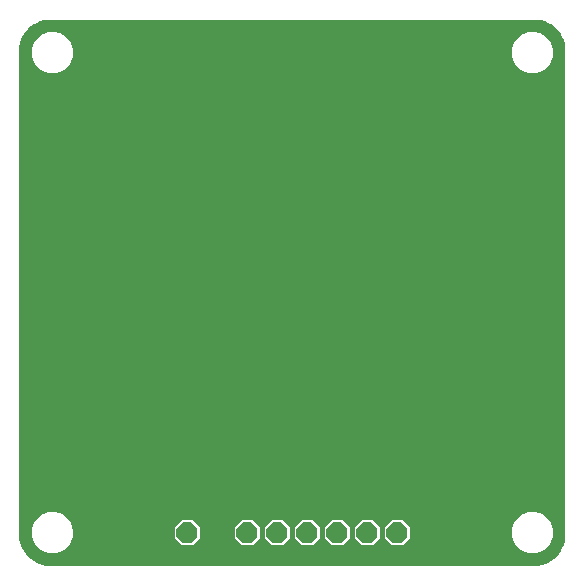
<source format=gbr>
%TF.GenerationSoftware,KiCad,Pcbnew,9.0.5*%
%TF.CreationDate,2025-10-17T16:28:27+07:00*%
%TF.ProjectId,Nokia 1202 breakout,4e6f6b69-6120-4313-9230-322062726561,rev?*%
%TF.SameCoordinates,Original*%
%TF.FileFunction,Copper,L2,Bot*%
%TF.FilePolarity,Positive*%
%FSLAX46Y46*%
G04 Gerber Fmt 4.6, Leading zero omitted, Abs format (unit mm)*
G04 Created by KiCad (PCBNEW 9.0.5) date 2025-10-17 16:28:27*
%MOMM*%
%LPD*%
G01*
G04 APERTURE LIST*
G04 Aperture macros list*
%AMOutline5P*
0 Free polygon, 5 corners , with rotation*
0 The origin of the aperture is its center*
0 number of corners: always 5*
0 $1 to $10 corner X, Y*
0 $11 Rotation angle, in degrees counterclockwise*
0 create outline with 5 corners*
4,1,5,$1,$2,$3,$4,$5,$6,$7,$8,$9,$10,$1,$2,$11*%
%AMOutline6P*
0 Free polygon, 6 corners , with rotation*
0 The origin of the aperture is its center*
0 number of corners: always 6*
0 $1 to $12 corner X, Y*
0 $13 Rotation angle, in degrees counterclockwise*
0 create outline with 6 corners*
4,1,6,$1,$2,$3,$4,$5,$6,$7,$8,$9,$10,$11,$12,$1,$2,$13*%
%AMOutline7P*
0 Free polygon, 7 corners , with rotation*
0 The origin of the aperture is its center*
0 number of corners: always 7*
0 $1 to $14 corner X, Y*
0 $15 Rotation angle, in degrees counterclockwise*
0 create outline with 7 corners*
4,1,7,$1,$2,$3,$4,$5,$6,$7,$8,$9,$10,$11,$12,$13,$14,$1,$2,$15*%
%AMOutline8P*
0 Free polygon, 8 corners , with rotation*
0 The origin of the aperture is its center*
0 number of corners: always 8*
0 $1 to $16 corner X, Y*
0 $17 Rotation angle, in degrees counterclockwise*
0 create outline with 8 corners*
4,1,8,$1,$2,$3,$4,$5,$6,$7,$8,$9,$10,$11,$12,$13,$14,$15,$16,$1,$2,$17*%
G04 Aperture macros list end*
%TA.AperFunction,ComponentPad*%
%ADD10Outline8P,-0.889000X0.368236X-0.368236X0.889000X0.368236X0.889000X0.889000X0.368236X0.889000X-0.368236X0.368236X-0.889000X-0.368236X-0.889000X-0.889000X-0.368236X90.000000*%
%TD*%
%TA.AperFunction,ViaPad*%
%ADD11C,0.904800*%
%TD*%
G04 APERTURE END LIST*
D10*
%TO.P,JP1,1*%
%TO.N,+3V3*%
X139621100Y-125317350D03*
%TO.P,JP1,2*%
%TO.N,GND*%
X142161100Y-125317350D03*
%TO.P,JP1,3*%
%TO.N,N$1*%
X144701100Y-125317350D03*
%TO.P,JP1,4*%
%TO.N,N$2*%
X147241100Y-125317350D03*
%TO.P,JP1,5*%
%TO.N,N/C*%
X149781100Y-125317350D03*
%TO.P,JP1,6*%
%TO.N,MOSI*%
X152321100Y-125317350D03*
%TO.P,JP1,7*%
%TO.N,SCLK*%
X154861100Y-125317350D03*
%TO.P,JP1,8*%
%TO.N,BL*%
X157401100Y-125317350D03*
%TD*%
D11*
%TO.N,GND*%
X164703600Y-84359850D03*
X169148600Y-88804850D03*
X169148600Y-121189850D03*
X140573600Y-94519850D03*
X127873600Y-88804850D03*
X143748600Y-90709850D03*
X127873600Y-121189850D03*
X132318600Y-125634850D03*
X164703600Y-125634850D03*
%TD*%
%TA.AperFunction,Conductor*%
%TO.N,GND*%
G36*
X169035345Y-81882948D02*
G01*
X169319475Y-81898904D01*
X169326432Y-81899688D01*
X169605263Y-81947063D01*
X169612076Y-81948618D01*
X169883848Y-82026913D01*
X169890432Y-82029216D01*
X170151749Y-82137456D01*
X170158053Y-82140492D01*
X170405575Y-82277291D01*
X170411509Y-82281020D01*
X170642164Y-82444675D01*
X170647640Y-82449042D01*
X170858518Y-82637491D01*
X170863474Y-82642447D01*
X171051923Y-82853318D01*
X171056293Y-82858797D01*
X171219954Y-83089449D01*
X171223683Y-83095384D01*
X171360485Y-83342900D01*
X171363526Y-83349214D01*
X171471758Y-83610499D01*
X171474073Y-83617115D01*
X171552368Y-83888867D01*
X171553928Y-83895700D01*
X171601305Y-84174515D01*
X171602090Y-84181479D01*
X171618002Y-84464715D01*
X171618100Y-84468221D01*
X171618100Y-125538087D01*
X171618002Y-125541593D01*
X171602040Y-125825714D01*
X171601255Y-125832678D01*
X171553879Y-126111488D01*
X171552319Y-126118321D01*
X171474026Y-126390068D01*
X171471711Y-126396684D01*
X171363481Y-126657963D01*
X171360440Y-126664277D01*
X171223641Y-126911789D01*
X171219912Y-126917724D01*
X171056254Y-127148371D01*
X171051884Y-127153850D01*
X170863439Y-127364717D01*
X170858483Y-127369673D01*
X170647613Y-127558115D01*
X170642133Y-127562485D01*
X170411482Y-127726137D01*
X170405548Y-127729866D01*
X170158031Y-127866662D01*
X170151717Y-127869703D01*
X169890434Y-127977929D01*
X169883818Y-127980243D01*
X169612075Y-128058530D01*
X169605242Y-128060090D01*
X169326431Y-128107461D01*
X169319467Y-128108246D01*
X169185420Y-128115774D01*
X169034441Y-128124252D01*
X169030963Y-128124350D01*
X127970359Y-128124350D01*
X127966855Y-128124252D01*
X127943902Y-128122962D01*
X127682727Y-128108295D01*
X127675763Y-128107510D01*
X127396946Y-128060138D01*
X127390113Y-128058578D01*
X127118364Y-127980290D01*
X127111757Y-127977979D01*
X126850457Y-127869747D01*
X126844146Y-127866707D01*
X126596624Y-127729908D01*
X126590690Y-127726179D01*
X126360035Y-127562524D01*
X126354555Y-127558154D01*
X126354511Y-127558115D01*
X126143678Y-127369705D01*
X126138725Y-127364752D01*
X125950276Y-127153881D01*
X125945906Y-127148402D01*
X125782245Y-126917750D01*
X125778516Y-126911815D01*
X125766842Y-126890694D01*
X125641710Y-126664292D01*
X125638673Y-126657985D01*
X125629677Y-126636267D01*
X125530435Y-126396684D01*
X125528129Y-126390094D01*
X125449828Y-126118321D01*
X125448271Y-126111499D01*
X125448269Y-126111488D01*
X125400893Y-125832678D01*
X125400109Y-125825719D01*
X125390776Y-125659588D01*
X125384198Y-125542483D01*
X125384100Y-125538978D01*
X125384100Y-125202611D01*
X126440600Y-125202611D01*
X126440600Y-125432088D01*
X126470552Y-125659590D01*
X126470552Y-125659592D01*
X126529940Y-125881231D01*
X126617753Y-126093232D01*
X126617759Y-126093244D01*
X126632244Y-126118332D01*
X126732489Y-126291962D01*
X126872181Y-126474011D01*
X127034439Y-126636269D01*
X127216488Y-126775961D01*
X127415212Y-126890694D01*
X127627213Y-126978508D01*
X127848862Y-127037898D01*
X128076366Y-127067850D01*
X128076372Y-127067850D01*
X128305828Y-127067850D01*
X128305834Y-127067850D01*
X128533338Y-127037898D01*
X128754987Y-126978508D01*
X128966988Y-126890694D01*
X129165712Y-126775961D01*
X129347761Y-126636269D01*
X129510019Y-126474011D01*
X129649711Y-126291962D01*
X129764444Y-126093238D01*
X129852258Y-125881237D01*
X129911648Y-125659588D01*
X129941600Y-125432084D01*
X129941600Y-125202616D01*
X129911648Y-124975112D01*
X129911647Y-124975107D01*
X129911647Y-124975106D01*
X129888716Y-124889525D01*
X129887713Y-124885780D01*
X138579200Y-124885780D01*
X138579200Y-124885781D01*
X138579200Y-125748920D01*
X139189531Y-126359250D01*
X140052670Y-126359250D01*
X140663000Y-125748919D01*
X140663000Y-124885780D01*
X143659200Y-124885780D01*
X143659200Y-124885781D01*
X143659200Y-125748920D01*
X144269531Y-126359250D01*
X145132670Y-126359250D01*
X145743000Y-125748919D01*
X145743000Y-124885780D01*
X146199200Y-124885780D01*
X146199200Y-124885781D01*
X146199200Y-125748920D01*
X146809531Y-126359250D01*
X147672670Y-126359250D01*
X148283000Y-125748919D01*
X148283000Y-124885780D01*
X148739200Y-124885780D01*
X148739200Y-124885781D01*
X148739200Y-125748920D01*
X149349531Y-126359250D01*
X150212670Y-126359250D01*
X150823000Y-125748919D01*
X150823000Y-124885780D01*
X151279200Y-124885780D01*
X151279200Y-124885781D01*
X151279200Y-125748920D01*
X151889531Y-126359250D01*
X152752670Y-126359250D01*
X153363000Y-125748919D01*
X153363000Y-124885780D01*
X153819200Y-124885780D01*
X153819200Y-124885781D01*
X153819200Y-125748920D01*
X154429531Y-126359250D01*
X155292670Y-126359250D01*
X155903000Y-125748919D01*
X155903000Y-124885780D01*
X156359200Y-124885780D01*
X156359200Y-124885781D01*
X156359200Y-125748920D01*
X156969531Y-126359250D01*
X157832670Y-126359250D01*
X158443000Y-125748919D01*
X158443000Y-125202611D01*
X167080600Y-125202611D01*
X167080600Y-125432088D01*
X167110552Y-125659590D01*
X167110552Y-125659592D01*
X167169940Y-125881231D01*
X167257753Y-126093232D01*
X167257759Y-126093244D01*
X167272244Y-126118332D01*
X167372489Y-126291962D01*
X167512181Y-126474011D01*
X167674439Y-126636269D01*
X167856488Y-126775961D01*
X168055212Y-126890694D01*
X168267213Y-126978508D01*
X168488862Y-127037898D01*
X168716366Y-127067850D01*
X168716372Y-127067850D01*
X168945828Y-127067850D01*
X168945834Y-127067850D01*
X169173338Y-127037898D01*
X169394987Y-126978508D01*
X169606988Y-126890694D01*
X169805712Y-126775961D01*
X169987761Y-126636269D01*
X170150019Y-126474011D01*
X170289711Y-126291962D01*
X170404444Y-126093238D01*
X170492258Y-125881237D01*
X170551648Y-125659588D01*
X170581600Y-125432084D01*
X170581600Y-125202616D01*
X170551648Y-124975112D01*
X170551646Y-124975106D01*
X170492259Y-124753468D01*
X170492258Y-124753463D01*
X170404444Y-124541462D01*
X170289711Y-124342738D01*
X170150019Y-124160689D01*
X169987761Y-123998431D01*
X169805712Y-123858739D01*
X169789416Y-123849330D01*
X169606994Y-123744009D01*
X169606982Y-123744003D01*
X169497863Y-123698804D01*
X169394987Y-123656192D01*
X169394983Y-123656191D01*
X169394981Y-123656190D01*
X169394982Y-123656190D01*
X169173341Y-123596802D01*
X168945838Y-123566850D01*
X168945834Y-123566850D01*
X168716366Y-123566850D01*
X168716361Y-123566850D01*
X168488859Y-123596802D01*
X168488857Y-123596802D01*
X168267218Y-123656190D01*
X168055217Y-123744003D01*
X168055205Y-123744009D01*
X167856494Y-123858735D01*
X167856491Y-123858737D01*
X167856488Y-123858739D01*
X167759923Y-123932836D01*
X167674437Y-123998432D01*
X167512182Y-124160687D01*
X167446586Y-124246173D01*
X167372489Y-124342738D01*
X167372487Y-124342741D01*
X167372485Y-124342744D01*
X167257759Y-124541455D01*
X167257753Y-124541467D01*
X167169940Y-124753468D01*
X167110552Y-124975107D01*
X167110552Y-124975109D01*
X167080600Y-125202611D01*
X158443000Y-125202611D01*
X158443000Y-124885780D01*
X157832669Y-124275450D01*
X156969530Y-124275450D01*
X156359200Y-124885780D01*
X155903000Y-124885780D01*
X155292669Y-124275450D01*
X154429530Y-124275450D01*
X153819200Y-124885780D01*
X153363000Y-124885780D01*
X152752669Y-124275450D01*
X151889530Y-124275450D01*
X151279200Y-124885780D01*
X150823000Y-124885780D01*
X150212669Y-124275450D01*
X149349530Y-124275450D01*
X148739200Y-124885780D01*
X148283000Y-124885780D01*
X147672669Y-124275450D01*
X146809530Y-124275450D01*
X146199200Y-124885780D01*
X145743000Y-124885780D01*
X145132669Y-124275450D01*
X144269530Y-124275450D01*
X143659200Y-124885780D01*
X140663000Y-124885780D01*
X140052669Y-124275450D01*
X139189530Y-124275450D01*
X138579200Y-124885780D01*
X129887713Y-124885780D01*
X129852259Y-124753468D01*
X129852258Y-124753463D01*
X129764444Y-124541462D01*
X129649711Y-124342738D01*
X129510019Y-124160689D01*
X129347761Y-123998431D01*
X129165712Y-123858739D01*
X129149416Y-123849330D01*
X128966994Y-123744009D01*
X128966982Y-123744003D01*
X128857863Y-123698804D01*
X128754987Y-123656192D01*
X128754983Y-123656191D01*
X128754981Y-123656190D01*
X128754982Y-123656190D01*
X128533341Y-123596802D01*
X128305838Y-123566850D01*
X128305834Y-123566850D01*
X128076366Y-123566850D01*
X128076361Y-123566850D01*
X127848859Y-123596802D01*
X127848857Y-123596802D01*
X127627218Y-123656190D01*
X127415217Y-123744003D01*
X127415205Y-123744009D01*
X127216494Y-123858735D01*
X127216491Y-123858737D01*
X127216488Y-123858739D01*
X127119923Y-123932836D01*
X127034437Y-123998432D01*
X126872182Y-124160687D01*
X126806586Y-124246173D01*
X126732489Y-124342738D01*
X126732487Y-124342741D01*
X126732485Y-124342744D01*
X126617759Y-124541455D01*
X126617753Y-124541467D01*
X126529940Y-124753468D01*
X126470552Y-124975107D01*
X126470552Y-124975109D01*
X126440600Y-125202611D01*
X125384100Y-125202611D01*
X125384100Y-84562611D01*
X126440600Y-84562611D01*
X126440600Y-84792088D01*
X126470552Y-85019590D01*
X126470552Y-85019592D01*
X126529940Y-85241231D01*
X126617753Y-85453232D01*
X126617756Y-85453238D01*
X126732489Y-85651962D01*
X126872181Y-85834011D01*
X127034439Y-85996269D01*
X127216488Y-86135961D01*
X127415212Y-86250694D01*
X127627213Y-86338508D01*
X127848862Y-86397898D01*
X128076366Y-86427850D01*
X128076372Y-86427850D01*
X128305828Y-86427850D01*
X128305834Y-86427850D01*
X128533338Y-86397898D01*
X128754987Y-86338508D01*
X128966988Y-86250694D01*
X129165712Y-86135961D01*
X129347761Y-85996269D01*
X129510019Y-85834011D01*
X129649711Y-85651962D01*
X129764444Y-85453238D01*
X129852258Y-85241237D01*
X129911648Y-85019588D01*
X129941600Y-84792084D01*
X129941600Y-84562616D01*
X129941599Y-84562611D01*
X167080600Y-84562611D01*
X167080600Y-84792088D01*
X167110552Y-85019590D01*
X167110552Y-85019592D01*
X167169940Y-85241231D01*
X167257753Y-85453232D01*
X167257756Y-85453238D01*
X167372489Y-85651962D01*
X167512181Y-85834011D01*
X167674439Y-85996269D01*
X167856488Y-86135961D01*
X168055212Y-86250694D01*
X168267213Y-86338508D01*
X168488862Y-86397898D01*
X168716366Y-86427850D01*
X168716372Y-86427850D01*
X168945828Y-86427850D01*
X168945834Y-86427850D01*
X169173338Y-86397898D01*
X169394987Y-86338508D01*
X169606988Y-86250694D01*
X169805712Y-86135961D01*
X169987761Y-85996269D01*
X170150019Y-85834011D01*
X170289711Y-85651962D01*
X170404444Y-85453238D01*
X170492258Y-85241237D01*
X170551648Y-85019588D01*
X170581600Y-84792084D01*
X170581600Y-84562616D01*
X170551648Y-84335112D01*
X170492258Y-84113463D01*
X170404444Y-83901462D01*
X170289711Y-83702738D01*
X170150019Y-83520689D01*
X169987761Y-83358431D01*
X169805712Y-83218739D01*
X169714878Y-83166296D01*
X169606994Y-83104009D01*
X169606982Y-83104003D01*
X169497863Y-83058804D01*
X169394987Y-83016192D01*
X169394983Y-83016191D01*
X169394981Y-83016190D01*
X169394982Y-83016190D01*
X169173341Y-82956802D01*
X168945838Y-82926850D01*
X168945834Y-82926850D01*
X168716366Y-82926850D01*
X168716361Y-82926850D01*
X168488859Y-82956802D01*
X168488857Y-82956802D01*
X168267218Y-83016190D01*
X168055217Y-83104003D01*
X168055205Y-83104009D01*
X167856494Y-83218735D01*
X167856491Y-83218737D01*
X167856488Y-83218739D01*
X167759923Y-83292836D01*
X167674437Y-83358432D01*
X167512182Y-83520687D01*
X167446586Y-83606173D01*
X167372489Y-83702738D01*
X167372487Y-83702741D01*
X167372485Y-83702744D01*
X167257759Y-83901455D01*
X167257753Y-83901467D01*
X167169940Y-84113468D01*
X167110552Y-84335107D01*
X167110552Y-84335109D01*
X167080600Y-84562611D01*
X129941599Y-84562611D01*
X129911648Y-84335112D01*
X129852258Y-84113463D01*
X129764444Y-83901462D01*
X129649711Y-83702738D01*
X129510019Y-83520689D01*
X129347761Y-83358431D01*
X129165712Y-83218739D01*
X129074878Y-83166296D01*
X128966994Y-83104009D01*
X128966982Y-83104003D01*
X128857863Y-83058804D01*
X128754987Y-83016192D01*
X128754983Y-83016191D01*
X128754981Y-83016190D01*
X128754982Y-83016190D01*
X128533341Y-82956802D01*
X128305838Y-82926850D01*
X128305834Y-82926850D01*
X128076366Y-82926850D01*
X128076361Y-82926850D01*
X127848859Y-82956802D01*
X127848857Y-82956802D01*
X127627218Y-83016190D01*
X127415217Y-83104003D01*
X127415205Y-83104009D01*
X127216494Y-83218735D01*
X127216491Y-83218737D01*
X127216488Y-83218739D01*
X127119923Y-83292836D01*
X127034437Y-83358432D01*
X126872182Y-83520687D01*
X126806586Y-83606173D01*
X126732489Y-83702738D01*
X126732487Y-83702741D01*
X126732485Y-83702744D01*
X126617759Y-83901455D01*
X126617753Y-83901467D01*
X126529940Y-84113468D01*
X126470552Y-84335107D01*
X126470552Y-84335109D01*
X126440600Y-84562611D01*
X125384100Y-84562611D01*
X125384100Y-84469110D01*
X125384198Y-84465604D01*
X125400159Y-84181485D01*
X125400944Y-84174521D01*
X125400945Y-84174515D01*
X125448322Y-83895701D01*
X125449877Y-83888889D01*
X125528179Y-83617115D01*
X125530482Y-83610529D01*
X125638724Y-83349222D01*
X125641752Y-83342935D01*
X125778566Y-83095396D01*
X125782278Y-83089487D01*
X125945948Y-82858823D01*
X125950315Y-82853349D01*
X125950343Y-82853318D01*
X126138771Y-82642470D01*
X126143704Y-82637537D01*
X126354598Y-82449073D01*
X126360060Y-82444718D01*
X126590717Y-82281062D01*
X126596642Y-82277338D01*
X126844179Y-82140531D01*
X126850465Y-82137504D01*
X127111790Y-82029261D01*
X127118362Y-82026962D01*
X127390138Y-81948665D01*
X127396943Y-81947112D01*
X127675774Y-81899737D01*
X127682726Y-81898953D01*
X127967757Y-81882947D01*
X127971237Y-81882850D01*
X127985008Y-81882850D01*
X169017192Y-81882850D01*
X169031841Y-81882850D01*
X169035345Y-81882948D01*
G37*
%TD.AperFunction*%
%TD*%
M02*

</source>
